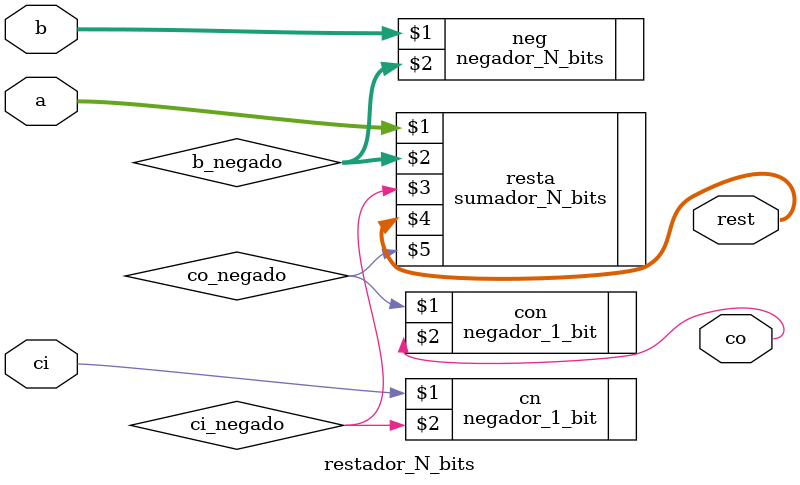
<source format=sv>
module restador_N_bits #(parameter N = 4) (input logic [N-1:0] a, b,
													  input logic ci,
													  output logic [N-1:0] rest,
													  output logic co);

	wire [N-1:0] b_negado ;
	wire ci_negado,co_negado; 
	
	negador_N_bits #(N) neg (b, b_negado);
	
	negador_1_bit cn (ci,ci_negado); 
	
	sumador_N_bits #(N) resta (a,b_negado,ci_negado,rest,co_negado);
	
	negador_1_bit con (co_negado,co);
												  
endmodule 
</source>
